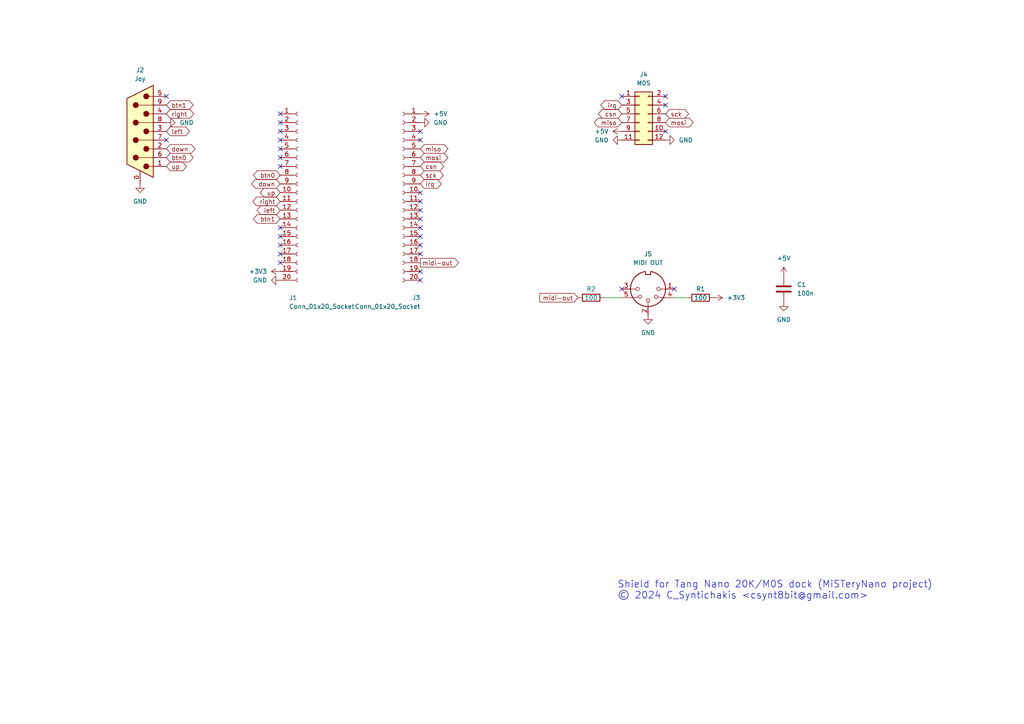
<source format=kicad_sch>
(kicad_sch (version 20230121) (generator eeschema)
  (paper "A4")
  (title_block (title "nanoshield") (date "2024-06-04") (rev "1") (company "csynt"))
  (lib_symbols
    (symbol "Connector:Conn_01x20_Socket" (pin_names (offset 1.016) hide)
      (property "Reference" "J" (at 0 25.4 0))
      (property "Value" "Conn_01x20_Socket" (at 0 -27.94 0))
      (symbol "Conn_01x20_Socket_1_1"
        (arc (start 0 -24.892) (mid -0.5058 -25.4) (end 0 -25.908) (stroke (width 0.1524)))
        (arc (start 0 -22.352) (mid -0.5058 -22.86) (end 0 -23.368) (stroke (width 0.1524)))
        (arc (start 0 -19.812) (mid -0.5058 -20.32) (end 0 -20.828) (stroke (width 0.1524)))
        (arc (start 0 -17.272) (mid -0.5058 -17.78) (end 0 -18.288) (stroke (width 0.1524)))
        (arc (start 0 -14.732) (mid -0.5058 -15.24) (end 0 -15.748) (stroke (width 0.1524)))
        (arc (start 0 -12.192) (mid -0.5058 -12.7) (end 0 -13.208) (stroke (width 0.1524)))
        (arc (start 0 -9.652) (mid -0.5058 -10.16) (end 0 -10.668) (stroke (width 0.1524)))
        (arc (start 0 -7.112) (mid -0.5058 -7.62) (end 0 -8.128) (stroke (width 0.1524)))
        (arc (start 0 -4.572) (mid -0.5058 -5.08) (end 0 -5.588) (stroke (width 0.1524)))
        (arc (start 0 -2.032) (mid -0.5058 -2.54) (end 0 -3.048) (stroke (width 0.1524)))
        (polyline (pts (xy -1.27 -25.4) (xy -0.508 -25.4)) (stroke (width 0.1524)))
        (polyline (pts (xy -1.27 -22.86) (xy -0.508 -22.86)) (stroke (width 0.1524)))
        (polyline (pts (xy -1.27 -20.32) (xy -0.508 -20.32)) (stroke (width 0.1524)))
        (polyline (pts (xy -1.27 -17.78) (xy -0.508 -17.78)) (stroke (width 0.1524)))
        (polyline (pts (xy -1.27 -15.24) (xy -0.508 -15.24)) (stroke (width 0.1524)))
        (polyline (pts (xy -1.27 -12.7) (xy -0.508 -12.7)) (stroke (width 0.1524)))
        (polyline (pts (xy -1.27 -10.16) (xy -0.508 -10.16)) (stroke (width 0.1524)))
        (polyline (pts (xy -1.27 -7.62) (xy -0.508 -7.62)) (stroke (width 0.1524)))
        (polyline (pts (xy -1.27 -5.08) (xy -0.508 -5.08)) (stroke (width 0.1524)))
        (polyline (pts (xy -1.27 -2.54) (xy -0.508 -2.54)) (stroke (width 0.1524)))
        (polyline (pts (xy -1.27 0) (xy -0.508 0)) (stroke (width 0.1524)))
        (polyline (pts (xy -1.27 2.54) (xy -0.508 2.54)) (stroke (width 0.1524)))
        (polyline (pts (xy -1.27 5.08) (xy -0.508 5.08)) (stroke (width 0.1524)))
        (polyline (pts (xy -1.27 7.62) (xy -0.508 7.62)) (stroke (width 0.1524)))
        (polyline (pts (xy -1.27 10.16) (xy -0.508 10.16)) (stroke (width 0.1524)))
        (polyline (pts (xy -1.27 12.7) (xy -0.508 12.7)) (stroke (width 0.1524)))
        (polyline (pts (xy -1.27 15.24) (xy -0.508 15.24)) (stroke (width 0.1524)))
        (polyline (pts (xy -1.27 17.78) (xy -0.508 17.78)) (stroke (width 0.1524)))
        (polyline (pts (xy -1.27 20.32) (xy -0.508 20.32)) (stroke (width 0.1524)))
        (polyline (pts (xy -1.27 22.86) (xy -0.508 22.86)) (stroke (width 0.1524)))
        (arc (start 0 0.508) (mid -0.5058 0) (end 0 -0.508) (stroke (width 0.1524)))
        (arc (start 0 3.048) (mid -0.5058 2.54) (end 0 2.032) (stroke (width 0.1524)))
        (arc (start 0 5.588) (mid -0.5058 5.08) (end 0 4.572) (stroke (width 0.1524)))
        (arc (start 0 8.128) (mid -0.5058 7.62) (end 0 7.112) (stroke (width 0.1524)))
        (arc (start 0 10.668) (mid -0.5058 10.16) (end 0 9.652) (stroke (width 0.1524)))
        (arc (start 0 13.208) (mid -0.5058 12.7) (end 0 12.192) (stroke (width 0.1524)))
        (arc (start 0 15.748) (mid -0.5058 15.24) (end 0 14.732) (stroke (width 0.1524)))
        (arc (start 0 18.288) (mid -0.5058 17.78) (end 0 17.272) (stroke (width 0.1524)))
        (arc (start 0 20.828) (mid -0.5058 20.32) (end 0 19.812) (stroke (width 0.1524)))
        (arc (start 0 23.368) (mid -0.5058 22.86) (end 0 22.352) (stroke (width 0.1524)))
        (pin passive line (at -5.08 22.86 0) (length 3.81) (name "Pin_1") (number "1"))
        (pin passive line (at -5.08 0 0) (length 3.81) (name "Pin_10") (number "10"))
        (pin passive line (at -5.08 -2.54 0) (length 3.81) (name "Pin_11") (number "11"))
        (pin passive line (at -5.08 -5.08 0) (length 3.81) (name "Pin_12") (number "12"))
        (pin passive line (at -5.08 -7.62 0) (length 3.81) (name "Pin_13") (number "13"))
        (pin passive line (at -5.08 -10.16 0) (length 3.81) (name "Pin_14") (number "14"))
        (pin passive line (at -5.08 -12.7 0) (length 3.81) (name "Pin_15") (number "15"))
        (pin passive line (at -5.08 -15.24 0) (length 3.81) (name "Pin_16") (number "16"))
        (pin passive line (at -5.08 -17.78 0) (length 3.81) (name "Pin_17") (number "17"))
        (pin passive line (at -5.08 -20.32 0) (length 3.81) (name "Pin_18") (number "18"))
        (pin passive line (at -5.08 -22.86 0) (length 3.81) (name "Pin_19") (number "19"))
        (pin passive line (at -5.08 20.32 0) (length 3.81) (name "Pin_2") (number "2"))
        (pin passive line (at -5.08 -25.4 0) (length 3.81) (name "Pin_20") (number "20"))
        (pin passive line (at -5.08 17.78 0) (length 3.81) (name "Pin_3") (number "3"))
        (pin passive line (at -5.08 15.24 0) (length 3.81) (name "Pin_4") (number "4"))
        (pin passive line (at -5.08 12.7 0) (length 3.81) (name "Pin_5") (number "5"))
        (pin passive line (at -5.08 10.16 0) (length 3.81) (name "Pin_6") (number "6"))
        (pin passive line (at -5.08 7.62 0) (length 3.81) (name "Pin_7") (number "7"))
        (pin passive line (at -5.08 5.08 0) (length 3.81) (name "Pin_8") (number "8"))
        (pin passive line (at -5.08 2.54 0) (length 3.81) (name "Pin_9") (number "9"))
      )
    )
    (symbol "Connector:DE9_Plug_MountingHoles" (pin_names (offset 1.016) hide)
      (property "Reference" "J" (at 0 16.51 0))
      (property "Value" "DE9_Plug_MountingHoles" (at 0 14.605 0))
      (symbol "DE9_Plug_MountingHoles_0_1"
        (circle (center -1.778 -10.16) (radius 0.762) (fill (type outline)))
        (circle (center -1.778 -5.08) (radius 0.762) (fill (type outline)))
        (circle (center -1.778 0) (radius 0.762) (fill (type outline)))
        (circle (center -1.778 5.08) (radius 0.762) (fill (type outline)))
        (circle (center -1.778 10.16) (radius 0.762) (fill (type outline)))
        (polyline (pts (xy -3.81 -10.16) (xy -2.54 -10.16)))
        (polyline (pts (xy -3.81 -7.62) (xy 0.508 -7.62)))
        (polyline (pts (xy -3.81 -5.08) (xy -2.54 -5.08)))
        (polyline (pts (xy -3.81 -2.54) (xy 0.508 -2.54)))
        (polyline (pts (xy -3.81 0) (xy -2.54 0)))
        (polyline (pts (xy -3.81 2.54) (xy 0.508 2.54)))
        (polyline (pts (xy -3.81 5.08) (xy -2.54 5.08)))
        (polyline (pts (xy -3.81 7.62) (xy 0.508 7.62)))
        (polyline (pts (xy -3.81 10.16) (xy -2.54 10.16)))
        (polyline (pts (xy -3.81 -13.335) (xy -3.81 13.335) (xy 3.81 9.525) (xy 3.81 -9.525) (xy -3.81 -13.335)) (stroke (width 0.254)) (fill (type background)))
        (circle (center 1.27 -7.62) (radius 0.762) (fill (type outline)))
        (circle (center 1.27 -2.54) (radius 0.762) (fill (type outline)))
        (circle (center 1.27 2.54) (radius 0.762) (fill (type outline)))
        (circle (center 1.27 7.62) (radius 0.762) (fill (type outline)))
      )
      (symbol "DE9_Plug_MountingHoles_1_1"
        (pin passive line (at 0 -15.24 90) (length 3.81) (name "PAD") (number "0"))
        (pin passive line (at -7.62 -10.16 0) (length 3.81) (name "1") (number "1"))
        (pin passive line (at -7.62 -5.08 0) (length 3.81) (name "2") (number "2"))
        (pin passive line (at -7.62 0 0) (length 3.81) (name "3") (number "3"))
        (pin passive line (at -7.62 5.08 0) (length 3.81) (name "4") (number "4"))
        (pin passive line (at -7.62 10.16 0) (length 3.81) (name "5") (number "5"))
        (pin passive line (at -7.62 -7.62 0) (length 3.81) (name "6") (number "6"))
        (pin passive line (at -7.62 -2.54 0) (length 3.81) (name "7") (number "7"))
        (pin passive line (at -7.62 2.54 0) (length 3.81) (name "8") (number "8"))
        (pin passive line (at -7.62 7.62 0) (length 3.81) (name "9") (number "9"))
      )
    )
    (symbol "Connector:DIN-5_180degree" (pin_names (offset 1.016))
      (property "Reference" "J" (at 3.175 5.715 0))
      (property "Value" "DIN-5_180degree" (at 0 -6.35 0))
      (symbol "DIN-5_180degree_0_1"
        (arc (start -5.08 0) (mid -3.8609 -3.3364) (end -0.762 -5.08) (stroke (width 0.254)))
        (circle (center -3.048 0) (radius 0.508))
        (circle (center -2.286 2.286) (radius 0.508))
        (polyline (pts (xy -5.08 0) (xy -3.556 0)))
        (polyline (pts (xy 0 5.08) (xy 0 3.81)))
        (polyline (pts (xy 5.08 0) (xy 3.556 0)))
        (polyline (pts (xy -5.08 2.54) (xy -4.318 2.54) (xy -2.794 2.286)))
        (polyline (pts (xy 5.08 2.54) (xy 4.318 2.54) (xy 2.794 2.286)))
        (polyline (pts (xy -0.762 -4.953) (xy -0.762 -4.191) (xy 0.762 -4.191) (xy 0.762 -4.953)) (stroke (width 0.254)))
        (circle (center 0 3.302) (radius 0.508))
        (arc (start 0.762 -5.08) (mid 3.8685 -3.343) (end 5.08 0) (stroke (width 0.254)))
        (circle (center 2.286 2.286) (radius 0.508))
        (circle (center 3.048 0) (radius 0.508))
        (arc (start 5.08 0) (mid 0 5.0579) (end -5.08 0) (stroke (width 0.254)))
      )
      (symbol "DIN-5_180degree_1_1"
        (pin passive line (at -7.62 0 0) (length 2.54) (name "~") (number "1"))
        (pin passive line (at 0 7.62 270) (length 2.54) (name "~") (number "2"))
        (pin passive line (at 7.62 0 180) (length 2.54) (name "~") (number "3"))
        (pin passive line (at -7.62 2.54 0) (length 2.54) (name "~") (number "4"))
        (pin passive line (at 7.62 2.54 180) (length 2.54) (name "~") (number "5"))
      )
    )
    (symbol "Connector_Generic:Conn_02x06_Odd_Even" (pin_names (offset 1.016) hide)
      (property "Reference" "J" (at 1.27 7.62 0))
      (property "Value" "Conn_02x06_Odd_Even" (at 1.27 -10.16 0))
      (symbol "Conn_02x06_Odd_Even_1_1"
        (rectangle (start -1.27 -7.493) (end 0 -7.747) (stroke (width 0.1524)))
        (rectangle (start -1.27 -4.953) (end 0 -5.207) (stroke (width 0.1524)))
        (rectangle (start -1.27 -2.413) (end 0 -2.667) (stroke (width 0.1524)))
        (rectangle (start -1.27 0.127) (end 0 -0.127) (stroke (width 0.1524)))
        (rectangle (start -1.27 2.667) (end 0 2.413) (stroke (width 0.1524)))
        (rectangle (start -1.27 5.207) (end 0 4.953) (stroke (width 0.1524)))
        (rectangle (start -1.27 6.35) (end 3.81 -8.89) (stroke (width 0.254)) (fill (type background)))
        (rectangle (start 3.81 -7.493) (end 2.54 -7.747) (stroke (width 0.1524)))
        (rectangle (start 3.81 -4.953) (end 2.54 -5.207) (stroke (width 0.1524)))
        (rectangle (start 3.81 -2.413) (end 2.54 -2.667) (stroke (width 0.1524)))
        (rectangle (start 3.81 0.127) (end 2.54 -0.127) (stroke (width 0.1524)))
        (rectangle (start 3.81 2.667) (end 2.54 2.413) (stroke (width 0.1524)))
        (rectangle (start 3.81 5.207) (end 2.54 4.953) (stroke (width 0.1524)))
        (pin passive line (at -5.08 5.08 0) (length 3.81) (name "Pin_1") (number "1"))
        (pin passive line (at 7.62 -5.08 180) (length 3.81) (name "Pin_10") (number "10"))
        (pin passive line (at -5.08 -7.62 0) (length 3.81) (name "Pin_11") (number "11"))
        (pin passive line (at 7.62 -7.62 180) (length 3.81) (name "Pin_12") (number "12"))
        (pin passive line (at 7.62 5.08 180) (length 3.81) (name "Pin_2") (number "2"))
        (pin passive line (at -5.08 2.54 0) (length 3.81) (name "Pin_3") (number "3"))
        (pin passive line (at 7.62 2.54 180) (length 3.81) (name "Pin_4") (number "4"))
        (pin passive line (at -5.08 0 0) (length 3.81) (name "Pin_5") (number "5"))
        (pin passive line (at 7.62 0 180) (length 3.81) (name "Pin_6") (number "6"))
        (pin passive line (at -5.08 -2.54 0) (length 3.81) (name "Pin_7") (number "7"))
        (pin passive line (at 7.62 -2.54 180) (length 3.81) (name "Pin_8") (number "8"))
        (pin passive line (at -5.08 -5.08 0) (length 3.81) (name "Pin_9") (number "9"))
      )
    )
    (symbol "Device:C" (pin_numbers hide) (pin_names (offset 0.254))
      (property "Reference" "C" (at 0.635 2.54 0))
      (property "Value" "C" (at 0.635 -2.54 0))
      (symbol "C_0_1"
        (polyline (pts (xy -2.032 -0.762) (xy 2.032 -0.762)) (stroke (width 0.508)))
        (polyline (pts (xy -2.032 0.762) (xy 2.032 0.762)) (stroke (width 0.508)))
      )
      (symbol "C_1_1"
        (pin passive line (at 0 3.81 270) (length 2.794) (name "~") (number "1"))
        (pin passive line (at 0 -3.81 90) (length 2.794) (name "~") (number "2"))
      )
    )
    (symbol "Device:R" (pin_numbers hide) (pin_names (offset 0))
      (property "Reference" "R" (at 2.032 0 90))
      (property "Value" "R" (at 0 0 90))
      (symbol "R_0_1"
        (rectangle (start -1.016 -2.54) (end 1.016 2.54) (stroke (width 0.254)))
      )
      (symbol "R_1_1"
        (pin passive line (at 0 3.81 270) (length 1.27) (name "~") (number "1"))
        (pin passive line (at 0 -3.81 90) (length 1.27) (name "~") (number "2"))
      )
    )
    (symbol "power:+3V3" (power) (pin_names (offset 0))
      (property "Value" "+3V3" (at 0 3.556 0))
      (symbol "+3V3_0_1"
        (polyline (pts (xy -0.762 1.27) (xy 0 2.54)))
        (polyline (pts (xy 0 0) (xy 0 2.54)))
        (polyline (pts (xy 0 2.54) (xy 0.762 1.27)))
      )
      (symbol "+3V3_1_1"
        (pin power_in line (at 0 0 90) (length 0) hide (name "+3V3") (number "1"))
      )
    )
    (symbol "power:+5V" (power) (pin_names (offset 0))
      (property "Value" "+5V" (at 0 3.556 0))
      (symbol "+5V_0_1"
        (polyline (pts (xy -0.762 1.27) (xy 0 2.54)))
        (polyline (pts (xy 0 0) (xy 0 2.54)))
        (polyline (pts (xy 0 2.54) (xy 0.762 1.27)))
      )
      (symbol "+5V_1_1"
        (pin power_in line (at 0 0 90) (length 0) hide (name "+5V") (number "1"))
      )
    )
    (symbol "power:GND" (power) (pin_names (offset 0))
      (property "Value" "GND" (at 0 -3.81 0))
      (symbol "GND_0_1"
        (polyline (pts (xy 0 0) (xy 0 -1.27) (xy 1.27 -1.27) (xy 0 -2.54) (xy -1.27 -1.27) (xy 0 -1.27)))
      )
      (symbol "GND_1_1"
        (pin power_in line (at 0 0 270) (length 0) hide (name "GND") (number "1"))
      )
    )
  )
  (no_connect (at 121.92 78.74))
  (no_connect (at 121.92 66.04))
  (no_connect (at 81.28 68.58))
  (no_connect (at 121.92 58.42))
  (no_connect (at 121.92 81.28))
  (no_connect (at 81.28 48.26))
  (no_connect (at 193.04 27.94))
  (no_connect (at 193.04 38.1))
  (no_connect (at 121.92 73.66))
  (no_connect (at 121.92 68.58))
  (no_connect (at 81.28 76.2))
  (no_connect (at 81.28 38.1))
  (no_connect (at 81.28 73.66))
  (no_connect (at 81.28 35.56))
  (no_connect (at 121.92 63.5))
  (no_connect (at 81.28 71.12))
  (no_connect (at 81.28 33.02))
  (no_connect (at 193.04 30.48))
  (no_connect (at 121.92 38.1))
  (no_connect (at 121.92 60.96))
  (no_connect (at 121.92 71.12))
  (no_connect (at 195.58 83.82))
  (no_connect (at 180.34 27.94))
  (no_connect (at 180.34 83.82))
  (no_connect (at 81.28 66.04))
  (no_connect (at 121.92 40.64))
  (no_connect (at 48.26 40.64))
  (no_connect (at 81.28 40.64))
  (no_connect (at 48.26 27.94))
  (no_connect (at 81.28 45.72))
  (no_connect (at 81.28 43.18))
  (no_connect (at 121.92 55.88))
  (wire (pts (xy 195.58 86.36) (xy 199.39 86.36)))
  (wire (pts (xy 175.26 86.36) (xy 180.34 86.36)))
  (text "Shield for Tang Nano 20K/M0S dock (MiSTeryNano project)\n© 2024 C_Syntichakis <csynt8bit@gmail.com>" (at 179.07 173.99 0) (effects (font (size 2 2)) (justify left bottom)))
  (global_label "csn" (shape bidirectional) (at 180.34 33.02 180) (property "Intersheetrefs" "${INTERSHEET_REFS}" (effects hide)))
  (global_label "btn1" (shape bidirectional) (at 81.28 63.5 180) (property "Intersheetrefs" "${INTERSHEET_REFS}" (effects hide)))
  (global_label "sck" (shape bidirectional) (at 193.04 33.02 0) (property "Intersheetrefs" "${INTERSHEET_REFS}" (effects hide)))
  (global_label "up" (shape bidirectional) (at 81.28 55.88 180) (property "Intersheetrefs" "${INTERSHEET_REFS}" (effects hide)))
  (global_label "left" (shape bidirectional) (at 48.26 38.1 0) (property "Intersheetrefs" "${INTERSHEET_REFS}" (effects hide)))
  (global_label "irq" (shape bidirectional) (at 121.92 53.34 0) (property "Intersheetrefs" "${INTERSHEET_REFS}" (effects hide)))
  (global_label "right" (shape bidirectional) (at 81.28 58.42 180) (property "Intersheetrefs" "${INTERSHEET_REFS}" (effects hide)))
  (global_label "btn0" (shape bidirectional) (at 48.26 45.72 0) (property "Intersheetrefs" "${INTERSHEET_REFS}" (effects hide)))
  (global_label "btn0" (shape bidirectional) (at 81.28 50.8 180) (property "Intersheetrefs" "${INTERSHEET_REFS}" (effects hide)))
  (global_label "csn" (shape bidirectional) (at 121.92 48.26 0) (property "Intersheetrefs" "${INTERSHEET_REFS}" (effects hide)))
  (global_label "midi-out" (shape output) (at 121.92 76.2 0) (property "Intersheetrefs" "${INTERSHEET_REFS}" (effects hide)))
  (global_label "left" (shape bidirectional) (at 81.28 60.96 180) (property "Intersheetrefs" "${INTERSHEET_REFS}" (effects hide)))
  (global_label "mosi" (shape bidirectional) (at 121.92 45.72 0) (property "Intersheetrefs" "${INTERSHEET_REFS}" (effects hide)))
  (global_label "down" (shape bidirectional) (at 81.28 53.34 180) (property "Intersheetrefs" "${INTERSHEET_REFS}" (effects hide)))
  (global_label "right" (shape bidirectional) (at 48.26 33.02 0) (property "Intersheetrefs" "${INTERSHEET_REFS}" (effects hide)))
  (global_label "btn1" (shape bidirectional) (at 48.26 30.48 0) (property "Intersheetrefs" "${INTERSHEET_REFS}" (effects hide)))
  (global_label "mosi" (shape bidirectional) (at 193.04 35.56 0) (property "Intersheetrefs" "${INTERSHEET_REFS}" (effects hide)))
  (global_label "midi-out" (shape input) (at 167.64 86.36 180) (property "Intersheetrefs" "${INTERSHEET_REFS}" (effects hide)))
  (global_label "miso" (shape bidirectional) (at 180.34 35.56 180) (property "Intersheetrefs" "${INTERSHEET_REFS}" (effects hide)))
  (global_label "irq" (shape bidirectional) (at 180.34 30.48 180) (property "Intersheetrefs" "${INTERSHEET_REFS}" (effects hide)))
  (global_label "sck" (shape bidirectional) (at 121.92 50.8 0) (property "Intersheetrefs" "${INTERSHEET_REFS}" (effects hide)))
  (global_label "up" (shape bidirectional) (at 48.26 48.26 0) (property "Intersheetrefs" "${INTERSHEET_REFS}" (effects hide)))
  (global_label "down" (shape bidirectional) (at 48.26 43.18 0) (property "Intersheetrefs" "${INTERSHEET_REFS}" (effects hide)))
  (global_label "miso" (shape bidirectional) (at 121.92 43.18 0) (property "Intersheetrefs" "${INTERSHEET_REFS}" (effects hide)))
  (symbol (lib_id "Connector:Conn_01x20_Socket") (at 86.36 55.88 0) (unit 1)
    (property "Reference" "J1" (at 83.82 86.36 0) (effects (justify left)))
    (property "Value" "Conn_01x20_Socket" (at 83.82 88.9 0) (effects (justify left)))
    (property "Footprint" "Connector_PinSocket_2.54mm:PinSocket_1x20_P2.54mm_Vertical" (effects hide))
  )
  (symbol (lib_id "Device:R") (at 203.2 86.36 270) (unit 1)
    (property "Reference" "R1" (at 203.2 83.82 90))
    (property "Value" "100" (at 203.2 86.36 90))
    (property "Footprint" "Resistor_THT:R_Axial_DIN0207_L6.3mm_D2.5mm_P10.16mm_Horizontal" (effects hide))
  )
  (symbol (lib_id "Connector:DIN-5_180degree") (at 187.96 83.82 180) (unit 1)
    (property "Reference" "J5" (at 187.9599 73.66 0))
    (property "Value" "MIDI OUT" (at 187.9599 76.2 0))
    (property "Footprint" "Eurocad:MIDI_DIN5" (effects hide))
  )
  (symbol (lib_id "power:+5V") (at 227.33 80.01 0) (unit 1)
    (property "Reference" "#PWR010" (effects hide))
    (property "Value" "+5V" (at 227.33 74.93 0))
  )
  (symbol (lib_id "power:GND") (at 81.28 81.28 270) (unit 1)
    (property "Reference" "#PWR04" (effects hide))
    (property "Value" "GND" (at 77.47 81.28 90) (effects (justify right)))
  )
  (symbol (lib_id "power:GND") (at 187.96 91.44 0) (unit 1)
    (property "Reference" "#PWR03" (effects hide))
    (property "Value" "GND" (at 187.96 96.52 0))
  )
  (symbol (lib_id "power:GND") (at 193.04 40.64 90) (unit 1)
    (property "Reference" "#PWR02" (effects hide))
    (property "Value" "GND" (at 196.85 40.64 90) (effects (justify right)))
  )
  (symbol (lib_id "power:+5V") (at 121.92 33.02 270) (unit 1)
    (property "Reference" "#PWR08" (effects hide))
    (property "Value" "+5V" (at 125.73 33.02 90) (effects (justify left)))
  )
  (symbol (lib_id "Connector:DE9_Plug_MountingHoles") (at 40.64 38.1 0) (mirror y) (unit 1)
    (property "Reference" "J2" (at 40.64 20.32 0))
    (property "Value" "Joy" (at 40.64 22.86 0))
    (property "Footprint" "Connector_Dsub:DSUB-9_Male_Horizontal_P2.77x2.84mm_EdgePinOffset7.70mm_Housed_MountingHolesOffset9.12mm" (effects hide))
    (property "Datasheet" " ~" (effects hide))
    (property "LCSC Part #" "C141880" (effects hide))
    (property "JLCPCB Rotation Offset" "270" (effects hide))
    (property "JLCPCB Position Offset" "1,5.5" (effects hide))
  )
  (symbol (lib_id "power:+5V") (at 180.34 38.1 90) (unit 1)
    (property "Reference" "#PWR09" (effects hide))
    (property "Value" "+5V" (at 176.53 38.1 90) (effects (justify left)))
  )
  (symbol (lib_id "power:GND") (at 121.92 35.56 90) (unit 1)
    (property "Reference" "#PWR01" (effects hide))
    (property "Value" "GND" (at 125.73 35.56 90) (effects (justify right)))
  )
  (symbol (lib_id "power:GND") (at 180.34 40.64 270) (unit 1)
    (property "Reference" "#PWR06" (effects hide))
    (property "Value" "GND" (at 176.53 40.64 90) (effects (justify right)))
  )
  (symbol (lib_id "Connector_Generic:Conn_02x06_Odd_Even") (at 185.42 33.02 0) (unit 1)
    (property "Reference" "J4" (at 186.69 21.59 0))
    (property "Value" "M0S" (at 186.69 24.13 0))
    (property "Footprint" "Connector_PinSocket_2.54mm:PinSocket_2x06_P2.54mm_Horizontal" (effects hide))
  )
  (symbol (lib_id "power:GND") (at 227.33 87.63 0) (unit 1)
    (property "Reference" "#PWR014" (effects hide))
    (property "Value" "GND" (at 227.33 92.71 0))
  )
  (symbol (lib_id "Device:R") (at 171.45 86.36 270) (unit 1)
    (property "Reference" "R2" (at 171.45 83.82 90))
    (property "Value" "100" (at 171.45 86.36 90))
    (property "Footprint" "Resistor_THT:R_Axial_DIN0207_L6.3mm_D2.5mm_P10.16mm_Horizontal" (effects hide))
  )
  (symbol (lib_id "power:GND") (at 48.26 35.56 90) (unit 1)
    (property "Reference" "#PWR05" (effects hide))
    (property "Value" "GND" (at 52.07 35.56 90) (effects (justify right)))
  )
  (symbol (lib_id "Device:C") (at 227.33 83.82 0) (unit 1)
    (property "Reference" "C1" (at 231.14 82.55 0) (effects (justify left)))
    (property "Value" "100n" (at 231.14 85.09 0) (effects (justify left)))
    (property "Footprint" "Capacitor_THT:C_Disc_D5.0mm_W2.5mm_P5.00mm" (effects hide))
  )
  (symbol (lib_id "power:GND") (at 40.64 53.34 0) (unit 1)
    (property "Reference" "#PWR011" (effects hide))
    (property "Value" "GND" (at 40.64 58.42 0))
  )
  (symbol (lib_id "power:+3V3") (at 81.28 78.74 90) (unit 1)
    (property "Reference" "#PWR012" (effects hide))
    (property "Value" "+3V3" (at 77.47 78.74 90) (effects (justify left)))
  )
  (symbol (lib_id "power:+3V3") (at 207.01 86.36 270) (unit 1)
    (property "Reference" "#PWR013" (effects hide))
    (property "Value" "+3V3" (at 210.82 86.36 90) (effects (justify left)))
  )
  (symbol (lib_id "Connector:Conn_01x20_Socket") (at 116.84 55.88 0) (mirror y) (unit 1)
    (property "Reference" "J3" (at 121.92 86.36 0) (effects (justify left)))
    (property "Value" "Conn_01x20_Socket" (at 121.92 88.9 0) (effects (justify left)))
    (property "Footprint" "Connector_PinSocket_2.54mm:PinSocket_1x20_P2.54mm_Vertical" (effects hide))
  )
)
</source>
